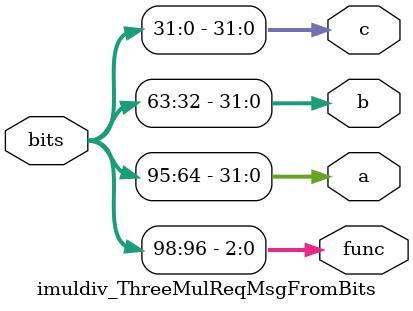
<source format=v>

`ifndef IMULDIV_THREE_MULDIVREQ_MSG_V
`define IMULDIV_THREE_MULDIVREQ_MSG_V


// Size of message

`define IMULDIV_THREE_MULDIVREQ_MSG_SZ         99

// Size and enums for each field

`define IMULDIV_THREE_MULDIVREQ_MSG_FUNC_SZ    3
`define IMULDIV_THREE_MULDIVREQ_MSG_FUNC_MUL   3'd0
`define IMULDIV_THREE_MULDIVREQ_MSG_FUNC_DIV   3'd1
`define IMULDIV_THREE_MULDIVREQ_MSG_FUNC_DIVU  3'd2
`define IMULDIV_THREE_MULDIVREQ_MSG_FUNC_REM   3'd3
`define IMULDIV_THREE_MULDIVREQ_MSG_FUNC_REMU  3'd4

`define IMULDIV_THREE_MULDIVREQ_MSG_A_SZ       32
`define IMULDIV_THREE_MULDIVREQ_MSG_B_SZ       32
`define IMULDIV_THREE_MULDIVREQ_MSG_C_SZ       32

// Location of each field

`define IMULDIV_THREE_MULDIVREQ_MSG_FUNC_FIELD 98:96
`define IMULDIV_THREE_MULDIVREQ_MSG_A_FIELD    95:64
`define IMULDIV_THREE_MULDIVREQ_MSG_B_FIELD    63:32
`define IMULDIV_THREE_MULDIVREQ_MSG_C_FIELD    31:0

//------------------------------------------------------------------------
// Convert message to bits
//------------------------------------------------------------------------

module imuldiv_ThreeMulReqMsgToBits
(
  // Input message

  input [`IMULDIV_THREE_MULDIVREQ_MSG_FUNC_SZ-1:0] func,
  input [`IMULDIV_THREE_MULDIVREQ_MSG_A_SZ-1:0]    a,
  input [`IMULDIV_THREE_MULDIVREQ_MSG_B_SZ-1:0]    b,
  input [`IMULDIV_THREE_MULDIVREQ_MSG_C_SZ-1:0]    c,

  // Output bits

  output [`IMULDIV_THREE_MULDIVREQ_MSG_SZ-1:0] bits
);

  assign bits[`IMULDIV_THREE_MULDIVREQ_MSG_FUNC_FIELD] = func;
  assign bits[`IMULDIV_THREE_MULDIVREQ_MSG_A_FIELD]    = a;
  assign bits[`IMULDIV_THREE_MULDIVREQ_MSG_B_FIELD]    = b;
  assign bits[`IMULDIV_THREE_MULDIVREQ_MSG_C_FIELD]    = c;

endmodule

//------------------------------------------------------------------------
// Convert message from bits
//------------------------------------------------------------------------

module imuldiv_ThreeMulReqMsgFromBits
(
  // Input bits

  input [`IMULDIV_THREE_MULDIVREQ_MSG_SZ-1:0] bits,

  // Output message

  output [`IMULDIV_THREE_MULDIVREQ_MSG_FUNC_SZ-1:0] func,
  output [`IMULDIV_THREE_MULDIVREQ_MSG_A_SZ-1:0]    a,
  output [`IMULDIV_THREE_MULDIVREQ_MSG_B_SZ-1:0]    b,
  output [`IMULDIV_THREE_MULDIVREQ_MSG_C_SZ-1:0]    c
);

  assign func = bits[`IMULDIV_THREE_MULDIVREQ_MSG_FUNC_FIELD];
  assign a    = bits[`IMULDIV_THREE_MULDIVREQ_MSG_A_FIELD];
  assign b    = bits[`IMULDIV_THREE_MULDIVREQ_MSG_B_FIELD];
  assign c    = bits[`IMULDIV_THREE_MULDIVREQ_MSG_C_FIELD];

endmodule

//------------------------------------------------------------------------
// Convert message to string
//------------------------------------------------------------------------

`ifndef SYNTHESIS
module imuldiv_ThreeMulReqMsgToStr
(
  input [`IMULDIV_THREE_MULDIVREQ_MSG_SZ-1:0] msg
);

  // Extract fields

  wire [`IMULDIV_THREE_MULDIVREQ_MSG_FUNC_SZ-1:0] func = msg[`IMULDIV_THREE_MULDIVREQ_MSG_FUNC_FIELD];
  wire [`IMULDIV_THREE_MULDIVREQ_MSG_A_SZ-1:0]    a    = msg[`IMULDIV_THREE_MULDIVREQ_MSG_A_FIELD];
  wire [`IMULDIV_THREE_MULDIVREQ_MSG_B_SZ-1:0]    b    = msg[`IMULDIV_THREE_MULDIVREQ_MSG_B_FIELD];
  wire [`IMULDIV_THREE_MULDIVREQ_MSG_C_SZ-1:0]    c    = msg[`IMULDIV_THREE_MULDIVREQ_MSG_C_FIELD];

  // Short names

  localparam mul   = `IMULDIV_THREE_MULDIVREQ_MSG_FUNC_MUL;
  localparam div   = `IMULDIV_THREE_MULDIVREQ_MSG_FUNC_DIV;
  localparam divu  = `IMULDIV_THREE_MULDIVREQ_MSG_FUNC_DIVU;
  localparam rem   = `IMULDIV_THREE_MULDIVREQ_MSG_FUNC_REM;
  localparam remu  = `IMULDIV_THREE_MULDIVREQ_MSG_FUNC_REMU;

  // Full string sized for 20 characters

  reg [30*8-1:0] full_str;
  always @(*) begin

    if ( msg === `IMULDIV_THREE_MULDIVREQ_MSG_SZ'bx )
      $sformat( full_str, "x            ");
    else begin
      case ( func )
        mul     : $sformat( full_str, "mul  %d, %d, %d", a, b, c );
        div     : $sformat( full_str, "div  %d, %d, %d", a, b, c );
        divu    : $sformat( full_str, "divu %d, %d, %d", a, b, c );
        rem     : $sformat( full_str, "rem  %d, %d, %d", a, b, c );
        remu    : $sformat( full_str, "remu %d, %d, %d", a, b, c );
        default : $sformat( full_str, "undefined func" );
      endcase
    end

  end

  // Tiny string sized for 2 characters

  reg [2*8-1:0] tiny_str;
  always @(*) begin

    if ( msg === `IMULDIV_THREE_MULDIVREQ_MSG_SZ'bx )
      $sformat( tiny_str, "x ");
    else begin
      case ( func )
        mul     : $sformat( tiny_str, "* "  );
        div     : $sformat( tiny_str, "/ "  );
        divu    : $sformat( tiny_str, "/u"  );
        rem     : $sformat( tiny_str, "%% " );
        remu    : $sformat( tiny_str, "%%u" );
        default : $sformat( tiny_str, "??"  );
      endcase
    end

  end

endmodule
`endif /* SYNTHESIS */

`endif /* IMULDIV_THREE_MULDIVREQ_MSG_V */



</source>
